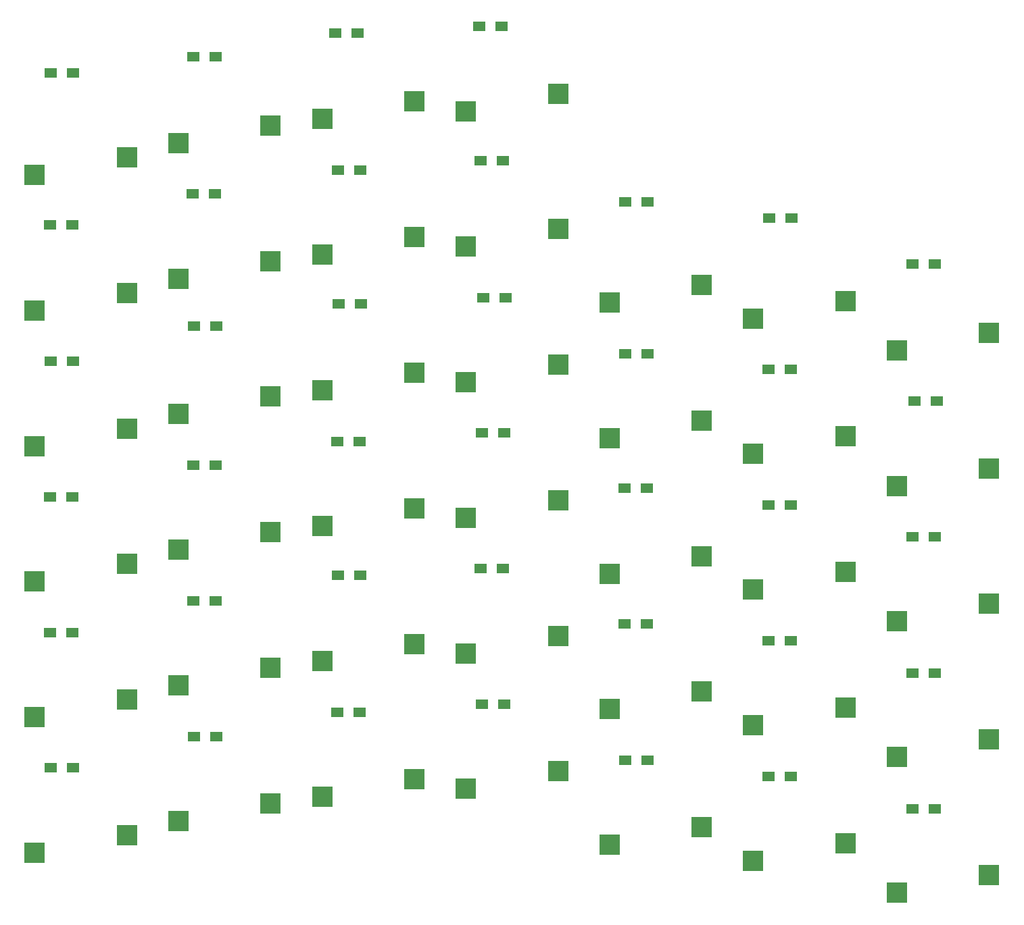
<source format=gtp>
G04 #@! TF.GenerationSoftware,KiCad,Pcbnew,8.0.3*
G04 #@! TF.CreationDate,2024-11-05T20:03:27+01:00*
G04 #@! TF.ProjectId,vitter-kb,76697474-6572-42d6-9b62-2e6b69636164,rev?*
G04 #@! TF.SameCoordinates,Original*
G04 #@! TF.FileFunction,Paste,Top*
G04 #@! TF.FilePolarity,Positive*
%FSLAX46Y46*%
G04 Gerber Fmt 4.6, Leading zero omitted, Abs format (unit mm)*
G04 Created by KiCad (PCBNEW 8.0.3) date 2024-11-05 20:03:27*
%MOMM*%
%LPD*%
G01*
G04 APERTURE LIST*
%ADD10R,2.600000X2.600000*%
%ADD11R,1.600000X1.200000*%
G04 APERTURE END LIST*
D10*
X123325000Y-107600000D03*
X134875000Y-105400000D03*
X51325000Y-68600000D03*
X62875000Y-66400000D03*
X87325000Y-132600000D03*
X98875000Y-130400000D03*
X123325000Y-124600000D03*
X134875000Y-122400000D03*
X105325000Y-122600000D03*
X116875000Y-120400000D03*
X105325000Y-139600000D03*
X116875000Y-137400000D03*
X51325000Y-51600000D03*
X62875000Y-49400000D03*
D11*
X92000000Y-105000000D03*
X89200000Y-105000000D03*
D10*
X69325000Y-99600000D03*
X80875000Y-97400000D03*
D11*
X55900000Y-58000000D03*
X53100000Y-58000000D03*
D10*
X141325000Y-94600000D03*
X152875000Y-92400000D03*
D11*
X128100000Y-61000000D03*
X125300000Y-61000000D03*
D10*
X87325000Y-47600000D03*
X98875000Y-45400000D03*
X69325000Y-65600000D03*
X80875000Y-63400000D03*
X51325000Y-136600000D03*
X62875000Y-134400000D03*
D11*
X92100000Y-122000000D03*
X89300000Y-122000000D03*
X92300000Y-71000000D03*
X89500000Y-71000000D03*
X74000000Y-89000000D03*
X71200000Y-89000000D03*
X38000000Y-96000000D03*
X35200000Y-96000000D03*
X91800000Y-37000000D03*
X89000000Y-37000000D03*
X146100000Y-66800000D03*
X143300000Y-66800000D03*
X74100000Y-55000000D03*
X71300000Y-55000000D03*
X56000000Y-92000000D03*
X53200000Y-92000000D03*
D10*
X33325000Y-106600000D03*
X44875000Y-104400000D03*
D11*
X110000000Y-111900000D03*
X107200000Y-111900000D03*
D10*
X51325000Y-119600000D03*
X62875000Y-117400000D03*
D11*
X56000000Y-40800000D03*
X53200000Y-40800000D03*
X110100000Y-78000000D03*
X107300000Y-78000000D03*
X146100000Y-118100000D03*
X143300000Y-118100000D03*
D10*
X123325000Y-90600000D03*
X134875000Y-88400000D03*
X87325000Y-98600000D03*
X98875000Y-96400000D03*
D11*
X146100000Y-135100000D03*
X143300000Y-135100000D03*
X128000000Y-97000000D03*
X125200000Y-97000000D03*
X74100000Y-105800000D03*
X71300000Y-105800000D03*
X38000000Y-113000000D03*
X35200000Y-113000000D03*
X56000000Y-109000000D03*
X53200000Y-109000000D03*
X92100000Y-87900000D03*
X89300000Y-87900000D03*
X146300000Y-84000000D03*
X143500000Y-84000000D03*
X38100000Y-42800000D03*
X35300000Y-42800000D03*
D10*
X33325000Y-140600000D03*
X44875000Y-138400000D03*
D11*
X74000000Y-123000000D03*
X71200000Y-123000000D03*
D10*
X69325000Y-116600000D03*
X80875000Y-114400000D03*
X141325000Y-77600000D03*
X152875000Y-75400000D03*
X87325000Y-115600000D03*
X98875000Y-113400000D03*
X105325000Y-88600000D03*
X116875000Y-86400000D03*
X87325000Y-64600000D03*
X98875000Y-62400000D03*
X51325000Y-85600000D03*
X62875000Y-83400000D03*
D11*
X128000000Y-131000000D03*
X125200000Y-131000000D03*
D10*
X33325000Y-89600000D03*
X44875000Y-87400000D03*
X69325000Y-48600000D03*
X80875000Y-46400000D03*
X141325000Y-128600000D03*
X152875000Y-126400000D03*
D11*
X110100000Y-59000000D03*
X107300000Y-59000000D03*
D10*
X33325000Y-123600000D03*
X44875000Y-121400000D03*
D11*
X128000000Y-80000000D03*
X125200000Y-80000000D03*
X146100000Y-101000000D03*
X143300000Y-101000000D03*
X38100000Y-129900000D03*
X35300000Y-129900000D03*
D10*
X33325000Y-72600000D03*
X44875000Y-70400000D03*
D11*
X110000000Y-94900000D03*
X107200000Y-94900000D03*
D10*
X69325000Y-82600000D03*
X80875000Y-80400000D03*
X33325000Y-55600000D03*
X44875000Y-53400000D03*
D11*
X73800000Y-37800000D03*
X71000000Y-37800000D03*
D10*
X105325000Y-71600000D03*
X116875000Y-69400000D03*
X69325000Y-133600000D03*
X80875000Y-131400000D03*
X123325000Y-141600000D03*
X134875000Y-139400000D03*
D11*
X74200000Y-71800000D03*
X71400000Y-71800000D03*
D10*
X123325000Y-73600000D03*
X134875000Y-71400000D03*
D11*
X56100000Y-126000000D03*
X53300000Y-126000000D03*
D10*
X87325000Y-81600000D03*
X98875000Y-79400000D03*
D11*
X110100000Y-129000000D03*
X107300000Y-129000000D03*
D10*
X105325000Y-105600000D03*
X116875000Y-103400000D03*
D11*
X92000000Y-53800000D03*
X89200000Y-53800000D03*
X38000000Y-61900000D03*
X35200000Y-61900000D03*
D10*
X141325000Y-145600000D03*
X152875000Y-143400000D03*
X51325000Y-102600000D03*
X62875000Y-100400000D03*
D11*
X128000000Y-114000000D03*
X125200000Y-114000000D03*
D10*
X141325000Y-111600000D03*
X152875000Y-109400000D03*
D11*
X38100000Y-79000000D03*
X35300000Y-79000000D03*
X56100000Y-74600000D03*
X53300000Y-74600000D03*
M02*

</source>
